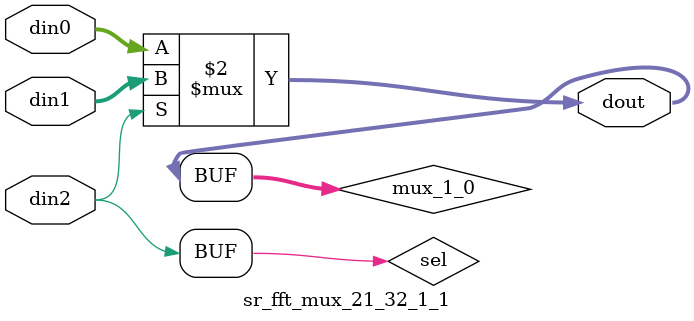
<source format=v>

`timescale 1ns/1ps

module sr_fft_mux_21_32_1_1 #(
parameter
    ID                = 0,
    NUM_STAGE         = 1,
    din0_WIDTH       = 32,
    din1_WIDTH       = 32,
    din2_WIDTH         = 32,
    dout_WIDTH            = 32
)(
    input  [31 : 0]     din0,
    input  [31 : 0]     din1,
    input  [0 : 0]    din2,
    output [31 : 0]   dout);

// puts internal signals
wire [0 : 0]     sel;
// level 1 signals
wire [31 : 0]         mux_1_0;

assign sel = din2;

// Generate level 1 logic
assign mux_1_0 = (sel[0] == 0)? din0 : din1;

// output logic
assign dout = mux_1_0;

endmodule

</source>
